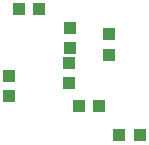
<source format=gbr>
%TF.GenerationSoftware,KiCad,Pcbnew,8.0.6*%
%TF.CreationDate,2024-11-27T18:57:58+00:00*%
%TF.ProjectId,wmk,776d6b2e-6b69-4636-9164-5f7063625858,rev?*%
%TF.SameCoordinates,Original*%
%TF.FileFunction,Paste,Bot*%
%TF.FilePolarity,Positive*%
%FSLAX46Y46*%
G04 Gerber Fmt 4.6, Leading zero omitted, Abs format (unit mm)*
G04 Created by KiCad (PCBNEW 8.0.6) date 2024-11-27 18:57:58*
%MOMM*%
%LPD*%
G01*
G04 APERTURE LIST*
%ADD10R,1.000000X1.100000*%
%ADD11R,1.100000X1.000000*%
G04 APERTURE END LIST*
D10*
%TO.C,C12*%
X144787584Y-84136100D03*
X144787584Y-82436100D03*
%TD*%
D11*
%TO.C,R2*%
X149900000Y-80050000D03*
X149900000Y-78350000D03*
%TD*%
D10*
%TO.C,R1*%
X154100000Y-87450000D03*
X155800000Y-87450000D03*
%TD*%
%TO.C,C7*%
X149850000Y-81350000D03*
X149850000Y-83050000D03*
%TD*%
%TO.C,C6*%
X153245100Y-78937500D03*
X153245100Y-80637500D03*
%TD*%
D11*
%TO.C,C16*%
X152355000Y-85009800D03*
X150655000Y-85009800D03*
%TD*%
%TO.C,C5*%
X145579268Y-76780438D03*
X147279268Y-76780438D03*
%TD*%
M02*

</source>
